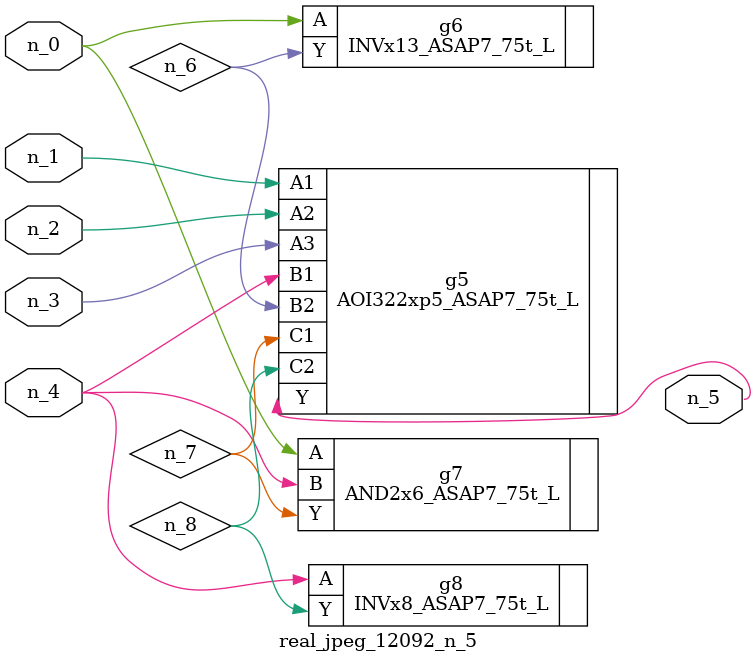
<source format=v>
module real_jpeg_12092_n_5 (n_4, n_0, n_1, n_2, n_3, n_5);

input n_4;
input n_0;
input n_1;
input n_2;
input n_3;

output n_5;

wire n_8;
wire n_6;
wire n_7;

INVx13_ASAP7_75t_L g6 ( 
.A(n_0),
.Y(n_6)
);

AND2x6_ASAP7_75t_L g7 ( 
.A(n_0),
.B(n_4),
.Y(n_7)
);

AOI322xp5_ASAP7_75t_L g5 ( 
.A1(n_1),
.A2(n_2),
.A3(n_3),
.B1(n_4),
.B2(n_6),
.C1(n_7),
.C2(n_8),
.Y(n_5)
);

INVx8_ASAP7_75t_L g8 ( 
.A(n_4),
.Y(n_8)
);


endmodule
</source>
